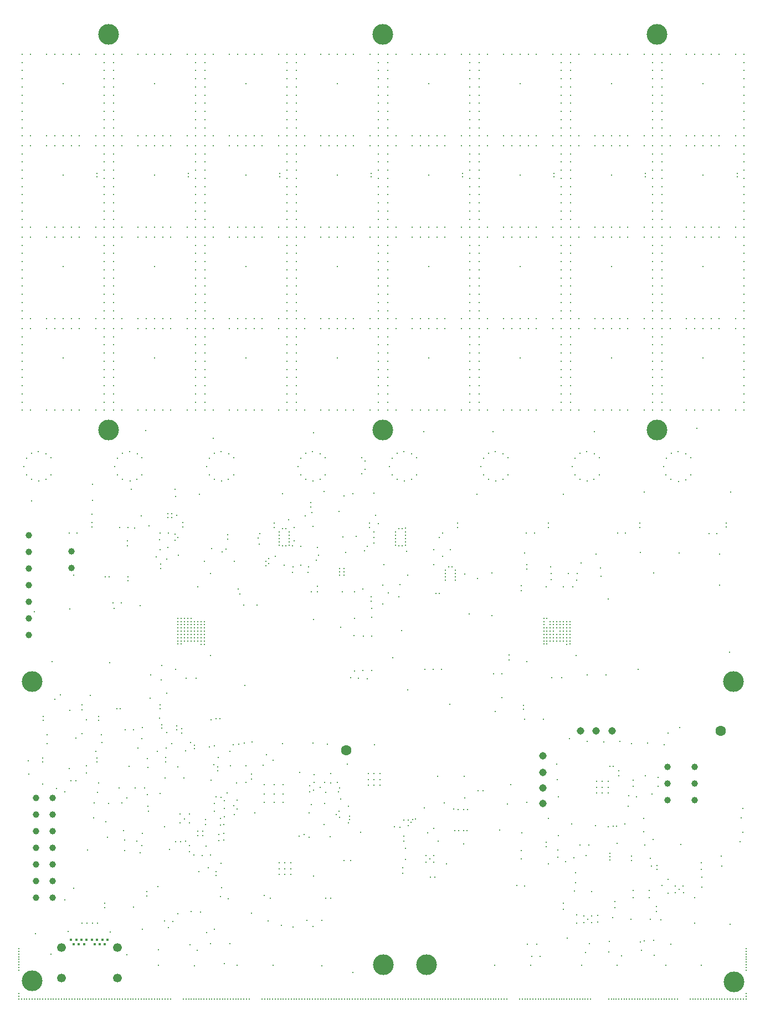
<source format=gbr>
%TF.GenerationSoftware,KiCad,Pcbnew,9.0.1*%
%TF.CreationDate,2025-06-02T14:00:32-06:00*%
%TF.ProjectId,PABA-DP,50414241-2d44-4502-9e6b-696361645f70,rev?*%
%TF.SameCoordinates,Original*%
%TF.FileFunction,Plated,1,8,PTH,Drill*%
%TF.FilePolarity,Positive*%
%FSLAX46Y46*%
G04 Gerber Fmt 4.6, Leading zero omitted, Abs format (unit mm)*
G04 Created by KiCad (PCBNEW 9.0.1) date 2025-06-02 14:00:32*
%MOMM*%
%LPD*%
G01*
G04 APERTURE LIST*
%TA.AperFunction,ViaDrill*%
%ADD10C,0.152400*%
%TD*%
%TA.AperFunction,ViaDrill*%
%ADD11C,0.203200*%
%TD*%
%TA.AperFunction,ViaDrill*%
%ADD12C,0.254000*%
%TD*%
%TA.AperFunction,ComponentDrill*%
%ADD13C,0.254000*%
%TD*%
%TA.AperFunction,ViaDrill*%
%ADD14C,0.330200*%
%TD*%
%TA.AperFunction,ComponentDrill*%
%ADD15C,0.400000*%
%TD*%
%TA.AperFunction,ComponentDrill*%
%ADD16C,1.000000*%
%TD*%
%TA.AperFunction,ComponentDrill*%
%ADD17C,1.143000*%
%TD*%
%TA.AperFunction,ComponentDrill*%
%ADD18C,1.341600*%
%TD*%
%TA.AperFunction,ComponentDrill*%
%ADD19C,1.600000*%
%TD*%
%TA.AperFunction,ComponentDrill*%
%ADD20C,3.175000*%
%TD*%
G04 APERTURE END LIST*
D10*
X76698847Y-112848289D03*
X77198727Y-112848289D03*
X78198977Y-112348419D03*
X78198977Y-112848289D03*
X78698847Y-112848289D03*
X79198977Y-112848289D03*
X79698847Y-112848289D03*
X79698847Y-117848539D03*
X80198967Y-112348419D03*
X132589517Y-112848289D03*
X133089387Y-112848289D03*
X134089647Y-112348419D03*
X134089647Y-112848289D03*
X134589517Y-112848289D03*
X135089637Y-112848289D03*
X135589517Y-112848289D03*
X135589517Y-117848539D03*
X136089637Y-112348419D03*
D11*
X51369717Y-163854539D03*
X51369717Y-164260939D03*
X51369717Y-164667339D03*
X51369717Y-165073739D03*
X51369717Y-165480139D03*
X51369717Y-165886539D03*
X51369717Y-166292939D03*
X51369717Y-166699339D03*
X51369717Y-167105739D03*
X51369717Y-170712539D03*
X51369717Y-171118939D03*
X51369717Y-171525339D03*
X51776117Y-171525339D03*
X52182517Y-171525339D03*
X52588917Y-171525339D03*
X52792117Y-135142379D03*
X52873397Y-137199779D03*
X52995317Y-171525339D03*
X53267097Y-95462499D03*
X53401717Y-171525339D03*
X53770017Y-112366199D03*
X53808117Y-171525339D03*
X53884317Y-161527899D03*
X54214517Y-171525339D03*
X54620917Y-171525339D03*
X55027317Y-138683139D03*
X55027317Y-171525339D03*
X55433717Y-171525339D03*
X55713117Y-131139339D03*
X55713117Y-132536339D03*
X55840117Y-171525339D03*
X56246517Y-171525339D03*
X56261757Y-164674959D03*
X56439557Y-119996359D03*
X56652917Y-171525339D03*
X56886597Y-125759619D03*
X57059317Y-171525339D03*
X57465717Y-171525339D03*
X57750197Y-125091599D03*
X57872117Y-171525339D03*
X58278517Y-171525339D03*
X58369957Y-156394559D03*
X58684917Y-171525339D03*
X58938917Y-161212939D03*
X59032387Y-100325079D03*
X59091317Y-171525339D03*
X59152277Y-111972499D03*
X59497717Y-171525339D03*
X59769497Y-106760419D03*
X59769497Y-154634339D03*
X59904117Y-171525339D03*
X60069977Y-138164979D03*
X60071757Y-131680359D03*
X60248037Y-100325079D03*
X60310517Y-171525339D03*
X60716917Y-171525339D03*
X61001397Y-126549559D03*
X61029337Y-131004719D03*
X61123317Y-171525339D03*
X61529717Y-171525339D03*
X61656717Y-136981339D03*
X61683387Y-128901349D03*
X61699897Y-135917079D03*
X61898017Y-148746619D03*
X61936117Y-171525339D03*
X62291717Y-125119539D03*
X62342517Y-171525339D03*
X62545717Y-97484339D03*
X62596517Y-92912339D03*
X62596517Y-95325339D03*
X62748917Y-171525339D03*
X63130189Y-133737236D03*
X63155317Y-171525339D03*
X63561717Y-138505339D03*
X63561717Y-171525339D03*
X63968117Y-171525339D03*
X63998597Y-131154579D03*
X64069717Y-132307739D03*
X64374517Y-171525339D03*
X64633597Y-144456559D03*
X64780917Y-171525339D03*
X64918077Y-146851779D03*
X65187317Y-171525339D03*
X65253357Y-120123359D03*
X65339717Y-161339939D03*
X65593717Y-171525339D03*
X65936617Y-111860739D03*
X66000117Y-171525339D03*
X66406517Y-171525339D03*
X66670677Y-139315599D03*
X66812917Y-171525339D03*
X67097397Y-141538099D03*
X67219317Y-171525339D03*
X67392037Y-145815459D03*
X67503797Y-147245479D03*
X67546977Y-148843139D03*
X67625717Y-171525339D03*
X67894957Y-164751159D03*
X68032117Y-171525339D03*
X68438517Y-171525339D03*
X68844917Y-171525339D03*
X68910957Y-157512159D03*
X69251317Y-171525339D03*
X69413877Y-147408039D03*
X69657717Y-171525339D03*
X69901557Y-149193659D03*
X70064117Y-171525339D03*
X70089517Y-97712939D03*
X70127617Y-148114159D03*
X70165717Y-131774339D03*
X70267317Y-146226939D03*
X70277477Y-130062379D03*
X70470517Y-171525339D03*
X70757537Y-84644639D03*
X70876917Y-171525339D03*
X71036937Y-140293499D03*
X71046213Y-134773269D03*
X71119574Y-136142673D03*
X71257917Y-99262339D03*
X71283317Y-171525339D03*
X71400157Y-125533559D03*
X71527157Y-121977559D03*
X71689717Y-171525339D03*
X72096117Y-171525339D03*
X72502517Y-171525339D03*
X72568557Y-133686959D03*
X72604117Y-154329539D03*
X72662537Y-163996779D03*
X72680317Y-166419939D03*
X72858117Y-128599339D03*
X72908917Y-101319739D03*
X72908917Y-171525339D03*
X72934317Y-102869139D03*
X72964797Y-140148719D03*
X72967337Y-100346409D03*
X73112117Y-122782739D03*
X73188317Y-120572939D03*
X73315317Y-171525339D03*
X73594717Y-159638139D03*
X73678537Y-137750959D03*
X73721717Y-171525339D03*
X73891897Y-133189119D03*
X73950317Y-130783739D03*
X73975717Y-124840139D03*
X74102717Y-97357339D03*
X74102717Y-97992339D03*
X74128117Y-171525339D03*
X74153517Y-102513539D03*
X74188317Y-100357079D03*
X74534517Y-171525339D03*
X74712317Y-132510939D03*
X74737717Y-97357339D03*
X74737717Y-97992339D03*
X74915517Y-159688939D03*
X75220317Y-100481539D03*
X75220317Y-101421339D03*
X75309667Y-94776191D03*
X75324457Y-121192699D03*
X75474317Y-97611339D03*
X75474317Y-129793139D03*
X75499717Y-130377339D03*
X75669825Y-158545598D03*
X75677517Y-100989539D03*
X75697587Y-113374069D03*
X75697587Y-113849049D03*
X75697587Y-114349179D03*
X75697587Y-114849049D03*
X75697587Y-115349179D03*
X75697587Y-115849049D03*
X75697587Y-116349169D03*
X75697587Y-116849049D03*
X75697587Y-117298629D03*
X76022957Y-143237359D03*
X76022957Y-144634359D03*
X76197457Y-113374069D03*
X76197457Y-113849049D03*
X76197457Y-114349179D03*
X76197457Y-114849049D03*
X76197457Y-115349179D03*
X76197457Y-115849049D03*
X76197457Y-116349169D03*
X76197457Y-116849049D03*
X76197457Y-117298629D03*
X76515717Y-171525339D03*
X76617317Y-137747399D03*
X76657957Y-143999359D03*
X76697577Y-113374069D03*
X76697577Y-113849049D03*
X76697577Y-114349179D03*
X76697577Y-114849049D03*
X76697577Y-115349179D03*
X76697577Y-115849049D03*
X76697577Y-116349169D03*
X76697577Y-116849049D03*
X76820517Y-133653939D03*
X76922117Y-171525339D03*
X77197457Y-113849049D03*
X77197457Y-114349179D03*
X77197457Y-114849049D03*
X77197457Y-115349179D03*
X77197457Y-115849049D03*
X77197457Y-116349169D03*
X77197457Y-116849049D03*
X77208337Y-113363763D03*
X77328517Y-171525339D03*
X77399637Y-149061579D03*
X77419957Y-143237359D03*
X77419957Y-144634359D03*
X77531717Y-163244939D03*
X77658717Y-158139539D03*
X77697577Y-113349179D03*
X77697577Y-113849049D03*
X77697577Y-114349179D03*
X77697577Y-114849049D03*
X77697577Y-115849049D03*
X77697577Y-116349169D03*
X77697577Y-116849049D03*
X77698847Y-115348409D03*
X77709517Y-171525339D03*
X78090517Y-171525339D03*
X78131157Y-149536559D03*
X78197447Y-113849049D03*
X78197447Y-114349179D03*
X78197447Y-114849049D03*
X78197447Y-115349179D03*
X78197447Y-115849049D03*
X78197447Y-116349169D03*
X78197447Y-116849049D03*
X78199737Y-132729379D03*
X78202277Y-133260239D03*
X78217517Y-166445339D03*
X78496917Y-171525339D03*
X78631537Y-164108539D03*
X78697577Y-113849049D03*
X78697577Y-114349179D03*
X78697577Y-114849049D03*
X78697577Y-115349179D03*
X78697577Y-115849049D03*
X78697577Y-116349169D03*
X78697577Y-116849049D03*
X78852517Y-152068939D03*
X78852517Y-171525339D03*
X78997297Y-94454119D03*
X79106517Y-158215739D03*
X79197447Y-113849049D03*
X79197447Y-114349179D03*
X79197447Y-114849049D03*
X79197447Y-115349179D03*
X79197447Y-115849049D03*
X79197447Y-116349169D03*
X79197447Y-116849049D03*
X79197447Y-117323769D03*
X79233517Y-171525339D03*
X79401157Y-149587359D03*
X79639917Y-171525339D03*
X79697577Y-113849049D03*
X79697577Y-114349179D03*
X79697577Y-114849049D03*
X79697577Y-115349179D03*
X79697577Y-115849049D03*
X79697577Y-116349169D03*
X79697577Y-116849049D03*
X79697577Y-117323769D03*
X80005677Y-148205599D03*
X80046317Y-171525339D03*
X80071717Y-161416139D03*
X80305397Y-151492359D03*
X80452717Y-171525339D03*
X80458557Y-88867899D03*
X80458557Y-91411199D03*
X80630517Y-163117939D03*
X80681317Y-106552139D03*
X80683857Y-149569579D03*
X80715607Y-138124339D03*
X80716877Y-128909219D03*
X80790455Y-102703974D03*
X80859117Y-171525339D03*
X81069937Y-85820659D03*
X81138517Y-135736739D03*
X81240117Y-141680339D03*
X81240117Y-160882739D03*
X81265517Y-142823339D03*
X81265517Y-171525339D03*
X81671917Y-171525339D03*
X81875117Y-134593739D03*
X81900517Y-146379339D03*
X81951317Y-147344539D03*
X82078317Y-171525339D03*
X82154517Y-143940939D03*
X82179917Y-144931539D03*
X82195157Y-155899259D03*
X82252307Y-150782939D03*
X82347557Y-154489559D03*
X82400537Y-103211764D03*
X82484717Y-171525339D03*
X82728557Y-144837559D03*
X82728557Y-146259959D03*
X82728557Y-147275959D03*
X82753957Y-141256159D03*
X82753957Y-166153239D03*
X82779357Y-142449959D03*
X82779357Y-143719959D03*
X82891117Y-171525339D03*
X83225377Y-140036449D03*
X83297517Y-100608539D03*
X83297517Y-101268939D03*
X83297517Y-171525339D03*
X83653117Y-163041739D03*
X83661604Y-133671680D03*
X83703917Y-135939939D03*
X83703917Y-171525339D03*
X84110317Y-171525339D03*
X84252557Y-142018159D03*
X84277957Y-143389759D03*
X84516717Y-171525339D03*
X84603627Y-138489188D03*
X84694517Y-142493139D03*
X84719917Y-141146939D03*
X84745317Y-166369139D03*
X84923117Y-171525339D03*
X84999317Y-132587139D03*
X85106265Y-109673211D03*
X85329517Y-171525339D03*
X85735917Y-171525339D03*
X85740997Y-111345119D03*
X86040717Y-135939939D03*
X86066117Y-138454539D03*
X86142317Y-171525339D03*
X86548717Y-171525339D03*
X86904317Y-158444339D03*
X87788237Y-111345119D03*
X87919384Y-101105656D03*
X88072717Y-102056339D03*
X88162887Y-100413209D03*
X88529917Y-171525339D03*
X88713307Y-135838339D03*
X88849957Y-138792359D03*
X88849957Y-140189359D03*
X88849957Y-141459359D03*
X88860117Y-155675739D03*
X88936317Y-171525339D03*
X89215717Y-134187339D03*
X89342717Y-171525339D03*
X89495117Y-159587339D03*
X89749117Y-171525339D03*
X89825317Y-156158339D03*
X90155517Y-171525339D03*
X90206317Y-166394539D03*
X90373957Y-138792359D03*
X90373957Y-140189359D03*
X90373957Y-141459359D03*
X90544397Y-103892737D03*
X90561917Y-171525339D03*
X90968317Y-171525339D03*
X91120717Y-100151339D03*
X91120717Y-100659339D03*
X91120717Y-101167339D03*
X91120717Y-101675339D03*
X91120717Y-102183339D03*
X91135957Y-150730359D03*
X91135957Y-151619359D03*
X91135957Y-152508359D03*
X91374717Y-171525339D03*
X91516957Y-160255359D03*
X91623637Y-132531259D03*
X91628717Y-99643339D03*
X91628717Y-102310339D03*
X91666817Y-94286479D03*
X91770957Y-138792359D03*
X91770957Y-140189359D03*
X91770957Y-141459359D03*
X91781117Y-171525339D03*
X92024957Y-150730359D03*
X92024957Y-151619359D03*
X92024957Y-152508359D03*
X92136717Y-99643339D03*
X92136717Y-102310339D03*
X92187517Y-171525339D03*
X92593917Y-98289519D03*
X92593917Y-171525339D03*
X92644717Y-100151339D03*
X92644717Y-100659339D03*
X92644717Y-101167339D03*
X92644717Y-101675339D03*
X92644717Y-102183339D03*
X92913957Y-150730359D03*
X92913957Y-151619359D03*
X92913957Y-152508359D03*
X93000317Y-171525339D03*
X93152717Y-102310339D03*
X93208597Y-106364179D03*
X93254317Y-160552539D03*
X93264477Y-105525979D03*
X93406717Y-99516339D03*
X93406717Y-101548339D03*
X93406717Y-171525339D03*
X93813117Y-171525339D03*
X94201737Y-146681599D03*
X94219517Y-171525339D03*
X94625917Y-171525339D03*
X95032317Y-171525339D03*
X95133917Y-97687539D03*
X95413317Y-159536539D03*
X95438717Y-171525339D03*
X95563177Y-106387039D03*
X95619057Y-105470099D03*
X95719897Y-146793359D03*
X95722687Y-143100709D03*
X95784157Y-139920119D03*
X95804477Y-138947299D03*
X95845117Y-171525339D03*
X96048317Y-141832739D03*
X96073717Y-109295339D03*
X96188017Y-97187159D03*
X96251517Y-171525339D03*
X96332797Y-132447439D03*
X96335337Y-99325839D03*
X96373437Y-85035799D03*
X96403917Y-113514279D03*
X96429317Y-152754739D03*
X96444557Y-139655959D03*
X96495357Y-137268359D03*
X96520757Y-138411359D03*
X96657917Y-171525339D03*
X96962717Y-109295339D03*
X97064317Y-171525339D03*
X97188777Y-103720039D03*
X97452937Y-139239399D03*
X97470717Y-171525339D03*
X97663757Y-166463119D03*
X97699317Y-159536539D03*
X97877117Y-171525339D03*
X98029517Y-93979139D03*
X98049837Y-144888359D03*
X98077777Y-141667639D03*
X98110797Y-138421519D03*
X98275897Y-139970919D03*
X98283517Y-171525339D03*
X98562917Y-132587139D03*
X98689917Y-171525339D03*
X98934033Y-146737986D03*
X99009957Y-138487559D03*
X99037897Y-137088019D03*
X99096317Y-171525339D03*
X99502717Y-171525339D03*
X99863397Y-143350639D03*
X99909117Y-171525339D03*
X100043737Y-138441839D03*
X100234237Y-139912499D03*
X100279957Y-97029679D03*
X100300277Y-142869059D03*
X100315517Y-171525339D03*
X100366317Y-143801239D03*
X100391717Y-105739339D03*
X100391717Y-106247339D03*
X100391717Y-106755339D03*
X100424737Y-139290199D03*
X100523797Y-114720779D03*
X100592377Y-140953899D03*
X100721917Y-171525339D03*
X100831137Y-109282639D03*
X100926864Y-100949653D03*
X101026717Y-105739339D03*
X101026717Y-106247339D03*
X101026717Y-106755339D03*
X101052117Y-94639539D03*
X101128317Y-171525339D03*
X101306117Y-103265379D03*
X101534717Y-171525339D03*
X101610917Y-135635139D03*
X101712517Y-142104519D03*
X101727757Y-144611499D03*
X101872537Y-144144139D03*
X101938577Y-143598039D03*
X101941117Y-171525339D03*
X102347517Y-171525339D03*
X102428797Y-167443559D03*
X102621837Y-116036499D03*
X102662477Y-113354259D03*
X102677717Y-109295339D03*
X102695497Y-121403519D03*
X102753917Y-171525339D03*
X102962856Y-100860292D03*
X103160317Y-171525339D03*
X103566717Y-171525339D03*
X103617517Y-146074539D03*
X103744517Y-88797539D03*
X103744517Y-91261339D03*
X103973117Y-171525339D03*
X103975657Y-121340019D03*
X103998517Y-116115239D03*
X104222037Y-103031699D03*
X104303317Y-89356339D03*
X104303317Y-90575539D03*
X104379517Y-171525339D03*
X104608117Y-102335739D03*
X104755187Y-137116209D03*
X104755187Y-138005209D03*
X104755187Y-138894209D03*
X104785917Y-171525339D03*
X105192317Y-171525339D03*
X105283757Y-116059359D03*
X105334557Y-113234879D03*
X105334557Y-121324779D03*
X105598717Y-171525339D03*
X105624117Y-94230599D03*
X105624117Y-100151339D03*
X105624117Y-101878539D03*
X105626657Y-100974299D03*
X105644187Y-137116209D03*
X105644187Y-138005209D03*
X105644187Y-138894209D03*
X105679747Y-132663589D03*
X106005117Y-171525339D03*
X106309917Y-98881339D03*
X106411517Y-171525339D03*
X106533187Y-137116209D03*
X106533187Y-138005209D03*
X106533187Y-138894209D03*
X106817917Y-171525339D03*
X107224317Y-171525339D03*
X107630717Y-171525339D03*
X108037117Y-171525339D03*
X108443517Y-171525339D03*
X108484157Y-119401999D03*
X108761017Y-145254119D03*
X108849917Y-171525339D03*
X108900717Y-100151339D03*
X108900717Y-100659339D03*
X108900717Y-101167339D03*
X108900717Y-101675339D03*
X108900717Y-102183339D03*
X109256317Y-171525339D03*
X109408717Y-99643339D03*
X109408717Y-102310339D03*
X109644937Y-145259199D03*
X109662717Y-171525339D03*
X109827817Y-115282119D03*
X109916717Y-99643339D03*
X109916717Y-102310339D03*
X110069117Y-171525339D03*
X110170717Y-144194939D03*
X110424717Y-100151339D03*
X110424717Y-100659339D03*
X110424717Y-101167339D03*
X110424717Y-101675339D03*
X110424717Y-102183339D03*
X110438880Y-99545102D03*
X110450117Y-148512939D03*
X110450117Y-150189339D03*
X110475517Y-171525339D03*
X110612677Y-103143459D03*
X110805717Y-106755339D03*
X110810797Y-124278799D03*
X110856517Y-145033139D03*
X110881917Y-144194939D03*
X110881917Y-171525339D03*
X111288317Y-144575939D03*
X111288317Y-171525339D03*
X111557557Y-144103499D03*
X111694717Y-171525339D03*
X111974117Y-144017139D03*
X112101117Y-171525339D03*
X112507517Y-171525339D03*
X112913917Y-171525339D03*
X113249197Y-84868159D03*
X113320317Y-171525339D03*
X113343177Y-142345819D03*
X113579397Y-149600059D03*
X113579397Y-150593199D03*
X113726717Y-171525339D03*
X113841157Y-146156390D03*
X114133117Y-171525339D03*
X114169947Y-150099929D03*
X114260117Y-152932539D03*
X114539517Y-171525339D03*
X114755417Y-149605139D03*
X114768117Y-145490339D03*
X114798597Y-150621139D03*
X114945917Y-171525339D03*
X115352317Y-171525339D03*
X115377717Y-137479179D03*
X115617497Y-101012909D03*
X115758717Y-171525339D03*
X116110813Y-103931136D03*
X116149877Y-100312119D03*
X116165117Y-171525339D03*
X116520717Y-105993339D03*
X116520717Y-106501339D03*
X116520717Y-107009339D03*
X116520717Y-107517339D03*
X116571517Y-171525339D03*
X116749317Y-150855329D03*
X116977917Y-171525339D03*
X117028717Y-105485339D03*
X117384317Y-171525339D03*
X117536717Y-105485339D03*
X117790717Y-171525339D03*
X117856757Y-142500759D03*
X117968517Y-145807839D03*
X118044717Y-105993339D03*
X118044717Y-106501339D03*
X118044717Y-107009339D03*
X118044717Y-107517339D03*
X118197117Y-171525339D03*
X118527317Y-142569339D03*
X118603517Y-171525339D03*
X118628917Y-145820539D03*
X119009917Y-171525339D03*
X119340117Y-142594739D03*
X119340117Y-145820539D03*
X119413777Y-137479179D03*
X119416317Y-171525339D03*
X119525537Y-140771019D03*
X119553477Y-106562299D03*
X119822717Y-171525339D03*
X119863865Y-145817028D03*
X119931069Y-142600409D03*
X120229117Y-171525339D03*
X120635517Y-171525339D03*
X121041917Y-171525339D03*
X121377197Y-94454119D03*
X121448317Y-171525339D03*
X121854717Y-171525339D03*
X122261117Y-171525339D03*
X122667517Y-171525339D03*
X123073917Y-171525339D03*
X123480317Y-171525339D03*
X123632717Y-112978339D03*
X123703837Y-106422599D03*
X123843537Y-84812279D03*
X123886717Y-171525339D03*
X123899417Y-121865799D03*
X124089917Y-166394539D03*
X124178817Y-127639219D03*
X124293117Y-171525339D03*
X124699517Y-171525339D03*
X124864617Y-145718939D03*
X125105917Y-171525339D03*
X125161797Y-125510699D03*
X125215137Y-121809919D03*
X125512317Y-171525339D03*
X125918717Y-171525339D03*
X125999997Y-141710819D03*
X126561337Y-138794899D03*
X127493517Y-154202539D03*
X127899917Y-171525339D03*
X128194557Y-108363159D03*
X128194557Y-109150559D03*
X128306317Y-171525339D03*
X128636517Y-103366979D03*
X128662373Y-154257715D03*
X128687317Y-128751739D03*
X128712717Y-171525339D03*
X128952237Y-100370029D03*
X128992117Y-141502539D03*
X129027677Y-119960799D03*
X129119117Y-171525339D03*
X129525517Y-171525339D03*
X129576317Y-166394539D03*
X129782057Y-165002619D03*
X129931917Y-171525339D03*
X130149597Y-100370029D03*
X130338317Y-171525339D03*
X130541517Y-163143339D03*
X130744717Y-171525339D03*
X131036817Y-165030559D03*
X131151117Y-171525339D03*
X131532117Y-128751739D03*
X131557517Y-171525339D03*
X131588247Y-113374069D03*
X131588247Y-113849049D03*
X131588247Y-114349179D03*
X131588247Y-114849049D03*
X131588247Y-115349179D03*
X131588247Y-115849049D03*
X131588247Y-116349169D03*
X131588247Y-116849049D03*
X131588247Y-117298629D03*
X131963917Y-171525339D03*
X132004557Y-108566359D03*
X132088127Y-113374069D03*
X132088127Y-114849049D03*
X132088127Y-115349179D03*
X132088127Y-115849049D03*
X132088127Y-116349169D03*
X132088127Y-116849049D03*
X132088127Y-117298629D03*
X132309357Y-150857359D03*
X132370317Y-171525339D03*
X132588247Y-113849049D03*
X132588247Y-114349179D03*
X132588247Y-114849049D03*
X132588247Y-115349179D03*
X132588247Y-115849049D03*
X132588247Y-116349169D03*
X132588247Y-116849049D03*
X132609587Y-105518359D03*
X132715757Y-106534359D03*
X132741157Y-107474159D03*
X132776717Y-171525339D03*
X133088117Y-113849049D03*
X133088117Y-114349179D03*
X133088117Y-114849049D03*
X133088117Y-115349179D03*
X133088117Y-115849049D03*
X133088117Y-116349169D03*
X133088117Y-116849049D03*
X133183117Y-171525339D03*
X133588247Y-113849049D03*
X133588247Y-114349179D03*
X133588247Y-114849049D03*
X133588247Y-115849049D03*
X133588247Y-116349169D03*
X133588247Y-116849049D03*
X133589517Y-171525339D03*
X133614917Y-135624979D03*
X133627617Y-137999879D03*
X133757157Y-149841359D03*
X133782557Y-148774559D03*
X133861935Y-140604660D03*
X133995917Y-171525339D03*
X134088117Y-113849049D03*
X134088117Y-114349179D03*
X134088117Y-114849049D03*
X134088117Y-115349179D03*
X134088117Y-115849049D03*
X134088117Y-116349169D03*
X134088117Y-116849049D03*
X134326117Y-171525339D03*
X134549637Y-94398239D03*
X134588247Y-113849049D03*
X134588247Y-114349179D03*
X134588247Y-114849049D03*
X134588247Y-115349179D03*
X134588247Y-115849049D03*
X134588247Y-116349169D03*
X134588247Y-116849049D03*
X134681717Y-171525339D03*
X135088117Y-113849049D03*
X135088117Y-114349179D03*
X135088117Y-114849049D03*
X135088117Y-115349179D03*
X135088117Y-115849049D03*
X135088117Y-116349169D03*
X135088117Y-116849049D03*
X135088117Y-117323769D03*
X135088117Y-171525339D03*
X135189717Y-162228939D03*
X135494517Y-171525339D03*
X135549797Y-131727091D03*
X135588247Y-113849049D03*
X135588247Y-114349179D03*
X135588247Y-114849049D03*
X135588247Y-115349179D03*
X135588247Y-115849049D03*
X135588247Y-116349169D03*
X135588247Y-116849049D03*
X135605837Y-117275942D03*
X135900917Y-171525339D03*
X136068557Y-108515559D03*
X136228577Y-149937879D03*
X136256517Y-155066139D03*
X136307317Y-171525339D03*
X136457687Y-152272389D03*
X136579097Y-158642459D03*
X136622277Y-159958179D03*
X136627357Y-107550359D03*
X136713717Y-171525339D03*
X136728957Y-106559759D03*
X137120117Y-148004939D03*
X137120117Y-171525339D03*
X137287757Y-104883359D03*
X137374117Y-166369139D03*
X137526517Y-171525339D03*
X137709397Y-158845659D03*
X137709397Y-159838799D03*
X137932917Y-171525339D03*
X137973557Y-164420959D03*
X138064997Y-149592439D03*
X138222477Y-122035979D03*
X138252957Y-132188359D03*
X138299947Y-159345529D03*
X138339317Y-171525339D03*
X138466317Y-148004939D03*
X138745717Y-171525339D03*
X138885417Y-158850739D03*
X138923517Y-155091539D03*
X138928597Y-159866739D03*
X139370557Y-84868159D03*
X139497557Y-145040759D03*
X139649957Y-138284359D03*
X139649957Y-139173359D03*
X139649957Y-140062359D03*
X139817597Y-158754219D03*
X139817597Y-159754979D03*
X140272257Y-105660599D03*
X140538957Y-138284359D03*
X140538957Y-139173359D03*
X140538957Y-140062359D03*
X140742157Y-132289959D03*
X141135857Y-122035979D03*
X141417797Y-110374839D03*
X141427957Y-138284359D03*
X141427957Y-139173359D03*
X141427957Y-140062359D03*
X141427957Y-145218559D03*
X141539717Y-171525339D03*
X141562577Y-164357459D03*
X141645837Y-162720484D03*
X141946117Y-171525339D03*
X142098517Y-159104739D03*
X142174717Y-145109339D03*
X142276317Y-171525339D03*
X142657317Y-171525339D03*
X142682717Y-145109339D03*
X142809717Y-166369139D03*
X142835117Y-147776339D03*
X142844007Y-100320249D03*
X143063717Y-171525339D03*
X143256757Y-132162959D03*
X143459957Y-164954359D03*
X143470117Y-171525339D03*
X143876517Y-171525339D03*
X143993357Y-144812159D03*
X144047207Y-100320249D03*
X144282917Y-171525339D03*
X144475957Y-142094359D03*
X144689317Y-171525339D03*
X144902677Y-159313019D03*
X145009357Y-132543959D03*
X145095717Y-171525339D03*
X145502117Y-171525339D03*
X145806917Y-140638939D03*
X145908517Y-171525339D03*
X146015197Y-121195239D03*
X146314917Y-171525339D03*
X146335382Y-162787463D03*
X146378417Y-103311099D03*
X146568667Y-164116159D03*
X146721317Y-171525339D03*
X146873717Y-145998339D03*
X146899117Y-143915539D03*
X146939757Y-94062959D03*
X146978367Y-162633049D03*
X147000717Y-148030339D03*
X147102317Y-137463939D03*
X147127717Y-171525339D03*
X147473157Y-132467759D03*
X147534117Y-171525339D03*
X147889717Y-159384139D03*
X147904957Y-150069959D03*
X147940517Y-171525339D03*
X148031957Y-151187559D03*
X148169117Y-140232539D03*
X148331677Y-147146419D03*
X148346917Y-171525339D03*
X148369777Y-106450539D03*
X148463757Y-164827359D03*
X148753317Y-171525339D03*
X149083517Y-137641739D03*
X149083517Y-139013339D03*
X149159717Y-171525339D03*
X149507697Y-159452719D03*
X149566117Y-171525339D03*
X149642317Y-154151739D03*
X149972517Y-171525339D03*
X150013157Y-132645559D03*
X150251917Y-166419939D03*
X150378917Y-171525339D03*
X150556717Y-153288139D03*
X150556717Y-155370939D03*
X150785317Y-171525339D03*
X150973277Y-163133179D03*
X151191717Y-171525339D03*
X151598117Y-171525339D03*
X151704797Y-154273659D03*
X151704797Y-155266799D03*
X152004517Y-171525339D03*
X152291537Y-103369519D03*
X152295347Y-154773529D03*
X152347417Y-130049679D03*
X152542997Y-147961759D03*
X152880817Y-154278739D03*
X152923997Y-155294739D03*
X153960317Y-171525339D03*
X154366717Y-171525339D03*
X154646117Y-159917539D03*
X154686757Y-156064359D03*
X154773117Y-171525339D03*
X154953457Y-84362699D03*
X155179517Y-171525339D03*
X155585917Y-171525339D03*
X155662117Y-166419939D03*
X155712917Y-150722739D03*
X155789117Y-152957939D03*
X155789117Y-154456539D03*
X155992317Y-171525339D03*
X156398717Y-171525339D03*
X156805117Y-171525339D03*
X156839657Y-100385529D03*
X157211517Y-171525339D03*
X157617917Y-171525339D03*
X158024317Y-171525339D03*
X158072827Y-100385529D03*
X158430717Y-103593039D03*
X158430717Y-171525339D03*
X158458657Y-108302199D03*
X158837117Y-171525339D03*
X159243517Y-171525339D03*
X159649917Y-171525339D03*
X160028377Y-118561259D03*
X160081717Y-171525339D03*
X160107117Y-160095339D03*
X160168077Y-94062959D03*
X160488117Y-171525339D03*
X160894517Y-171525339D03*
X161300917Y-171525339D03*
X161605717Y-147522339D03*
X161707317Y-171525339D03*
X161808917Y-143890139D03*
X162113717Y-171525339D03*
X162520117Y-170712539D03*
X162520117Y-171118939D03*
X162520117Y-171525339D03*
X162545517Y-163854539D03*
X162545517Y-164260939D03*
X162545517Y-164667339D03*
X162545517Y-165073739D03*
X162545517Y-165480139D03*
X162545517Y-165886539D03*
X162545517Y-166292939D03*
X162545517Y-166699339D03*
X162545517Y-167105739D03*
D12*
X52112157Y-90142469D03*
X52528977Y-88867899D03*
X52528977Y-91411199D03*
X53286147Y-92108939D03*
X53297827Y-88169909D03*
X54331357Y-87890759D03*
X54407557Y-92411959D03*
X54988707Y-135322969D03*
X55001407Y-134713119D03*
X55052717Y-128345339D03*
X55052717Y-128980339D03*
X55474357Y-92132559D03*
X55525157Y-88195559D03*
X56261757Y-88855959D03*
X56261757Y-91446759D03*
X57084717Y-139394339D03*
X58354717Y-139902339D03*
X59083187Y-136355989D03*
X59116717Y-127456339D03*
X59315347Y-138179709D03*
X60972697Y-159975959D03*
X61033397Y-127341019D03*
X61734697Y-159975959D03*
X62503557Y-98771099D03*
X62504057Y-99420839D03*
X62586357Y-159975959D03*
X62766697Y-143872359D03*
X62888617Y-141538099D03*
X63307717Y-134695339D03*
X63307717Y-135330339D03*
X63322957Y-45381319D03*
X63322957Y-45889319D03*
X63348357Y-159975959D03*
X63370173Y-140000779D03*
X63561717Y-128345339D03*
X63561717Y-128980339D03*
X64516757Y-156877159D03*
X64516757Y-157588359D03*
X64562743Y-107052700D03*
X65085717Y-141680339D03*
X65197743Y-107052700D03*
X65723175Y-110987709D03*
X66048627Y-90142469D03*
X66355717Y-127202339D03*
X66465447Y-88867899D03*
X66465447Y-91411199D03*
X66736717Y-99516339D03*
X66863717Y-127202339D03*
X66993175Y-110987709D03*
X67222617Y-92108939D03*
X67234307Y-88169909D03*
X67591177Y-130366419D03*
X67897497Y-140791339D03*
X67958457Y-101537419D03*
X67958457Y-102248619D03*
X68006717Y-99516339D03*
X68006717Y-107009339D03*
X68006717Y-107644339D03*
X68241417Y-135965339D03*
X68267827Y-87890759D03*
X68344027Y-92411959D03*
X68514717Y-93674339D03*
X68891397Y-130355749D03*
X69066726Y-99536131D03*
X69149717Y-139267339D03*
X69410827Y-92132559D03*
X69461627Y-88195559D03*
X69541387Y-133171339D03*
X69911717Y-111454339D03*
X70198227Y-88855959D03*
X70198227Y-91446759D03*
X70229217Y-160857339D03*
X70612757Y-139310009D03*
X70927717Y-155142339D03*
X70927717Y-155777339D03*
X71119737Y-142121029D03*
X71145137Y-142856609D03*
X72324717Y-103961339D03*
X72959717Y-126567339D03*
X72959717Y-127202339D03*
X73062183Y-105096538D03*
X73062693Y-105746268D03*
X73213717Y-129615339D03*
X73213717Y-130123339D03*
X73650087Y-145203829D03*
X73807567Y-135265569D03*
X73820267Y-134655719D03*
X73975717Y-104342339D03*
X74229717Y-160603339D03*
X74419457Y-148656959D03*
X75245717Y-93658339D03*
X75337157Y-147504559D03*
X75631797Y-136083199D03*
X75753717Y-103707339D03*
X76073757Y-147504559D03*
X76261717Y-130250339D03*
X76261717Y-130885339D03*
X76435957Y-98744179D03*
X76436467Y-99393909D03*
X76810357Y-147453759D03*
X77292957Y-45381319D03*
X77292957Y-45889319D03*
X77467967Y-148099429D03*
X77586577Y-132379619D03*
X78668617Y-145891409D03*
X78671667Y-108566359D03*
X78694017Y-146563739D03*
X79467707Y-145853309D03*
X79467707Y-146551039D03*
X79736437Y-104645869D03*
X79884267Y-144099689D03*
X79909667Y-144835269D03*
X80041747Y-90142469D03*
X80493357Y-133051959D03*
X80626707Y-119081959D03*
X81215737Y-92108939D03*
X81227417Y-88169909D03*
X81240117Y-132841139D03*
X81468717Y-128726339D03*
X81471767Y-152641959D03*
X81482177Y-152082909D03*
X81494877Y-140638179D03*
X81756247Y-136648089D03*
X81768947Y-136038239D03*
X82103717Y-128726339D03*
X82257637Y-140764419D03*
X82260947Y-87890759D03*
X82337147Y-92411959D03*
X83057737Y-102802849D03*
X83399117Y-156234539D03*
X83403947Y-92132559D03*
X83454747Y-88195559D03*
X84135717Y-132663339D03*
X84191347Y-88855959D03*
X84191347Y-91446759D03*
X84289367Y-104674040D03*
X84897717Y-108914339D03*
X85852757Y-132385459D03*
X85925657Y-123658279D03*
X86944957Y-137141359D03*
X86944957Y-137903359D03*
X87021157Y-132289959D03*
X87452957Y-143110359D03*
X89110870Y-105370149D03*
X89130191Y-104635936D03*
X89564923Y-104252728D03*
X89577803Y-104983721D03*
X90231717Y-135076339D03*
X90411037Y-98829269D03*
X90411547Y-99478999D03*
X91262957Y-45381319D03*
X91262957Y-45889319D03*
X91908367Y-105256989D03*
X94022157Y-90142469D03*
X94265237Y-136947049D03*
X94438977Y-88867899D03*
X94438977Y-91411199D03*
X94448367Y-102395179D03*
X94448367Y-105256989D03*
X94945957Y-146412359D03*
X95196147Y-92108939D03*
X95207827Y-88169909D03*
X95946717Y-95706339D03*
X95946717Y-96341339D03*
X96241357Y-87890759D03*
X96317557Y-92411959D03*
X96321117Y-160459069D03*
X96835717Y-104476959D03*
X96988367Y-102564339D03*
X96988367Y-108507689D03*
X97384357Y-92132559D03*
X97435157Y-88195559D03*
X98171757Y-88855959D03*
X98171757Y-91446759D03*
X98232717Y-156158339D03*
X98994717Y-156158339D03*
X101041957Y-150349359D03*
X102057957Y-150349359D03*
X102068367Y-122470569D03*
X102446577Y-94332199D03*
X103302557Y-122485559D03*
X103961937Y-108907479D03*
X104608367Y-122576749D03*
X104982767Y-98807929D03*
X104983277Y-99457669D03*
X105232957Y-45381319D03*
X105232957Y-45889319D03*
X105240067Y-110792919D03*
X105250737Y-110089849D03*
X105273347Y-111890709D03*
X105852717Y-97611339D03*
X107029497Y-108255459D03*
X107029497Y-111187129D03*
X107148117Y-105180539D03*
X107838997Y-109504129D03*
X107992157Y-90142219D03*
X108408977Y-88867639D03*
X108408977Y-91410949D03*
X109166147Y-92108679D03*
X109177827Y-88169649D03*
X109426497Y-110080449D03*
X109618267Y-108216089D03*
X110043717Y-151459339D03*
X110043717Y-152348339D03*
X110170717Y-146633339D03*
X110170717Y-147395339D03*
X110211357Y-87890509D03*
X110287557Y-92411709D03*
X111354357Y-92132309D03*
X111405157Y-88195309D03*
X112141757Y-88855709D03*
X112141757Y-91446509D03*
X113458997Y-121164759D03*
X114728997Y-121190159D03*
X114768367Y-102919689D03*
X114768367Y-105129989D03*
X114954557Y-152941179D03*
X115123717Y-109549339D03*
X115453917Y-147395339D03*
X115631717Y-109549339D03*
X115998997Y-121164759D03*
X116408957Y-141586359D03*
X117268997Y-126542959D03*
X117308367Y-102919689D03*
X118404127Y-98850609D03*
X118404637Y-99500339D03*
X119202957Y-45381319D03*
X119202957Y-45889319D03*
X119329957Y-147842629D03*
X120203717Y-112724339D03*
X121485657Y-107263339D03*
X121590807Y-139745879D03*
X121962157Y-90142219D03*
X122336557Y-139735209D03*
X122378977Y-88867639D03*
X122378977Y-91410949D03*
X123136147Y-92108679D03*
X123147827Y-88169649D03*
X124181357Y-87890509D03*
X124257557Y-92411709D03*
X125324357Y-92132309D03*
X125375157Y-88195309D03*
X126111757Y-88855709D03*
X126111757Y-91446509D03*
X126299717Y-118947339D03*
X126299717Y-119709339D03*
X128153917Y-148843139D03*
X128153917Y-150087739D03*
X128280917Y-146150739D03*
X128493007Y-127297839D03*
X128498337Y-126669449D03*
X129035547Y-105159709D03*
X129036057Y-105809439D03*
X129089657Y-163139279D03*
X131940606Y-148291540D03*
X132001270Y-147599962D03*
X132268717Y-143966339D03*
X132314947Y-98829269D03*
X132315457Y-99478999D03*
X133172957Y-45381319D03*
X133172957Y-45889319D03*
X133808977Y-146538339D03*
X134562337Y-108566359D03*
X134619487Y-156920339D03*
X134619487Y-157809339D03*
X134900157Y-150552559D03*
X135345677Y-106534359D03*
X135900917Y-144804539D03*
X135924797Y-90142219D03*
X135932157Y-90142219D03*
X136341607Y-88867639D03*
X136341607Y-91410949D03*
X136348977Y-88867639D03*
X136348977Y-91410949D03*
X136494517Y-119040049D03*
X137098777Y-92108679D03*
X137110467Y-88169649D03*
X137117827Y-88169649D03*
X138143987Y-87890509D03*
X138220187Y-92411709D03*
X138553697Y-163078319D03*
X139286987Y-92132309D03*
X139337787Y-88195309D03*
X139572487Y-103569929D03*
X140074387Y-88855709D03*
X140074387Y-91446509D03*
X140350997Y-106940759D03*
X141666717Y-135965339D03*
X141717517Y-149249539D03*
X141717517Y-149782939D03*
X141742917Y-150316339D03*
X142174717Y-135965339D03*
X142428717Y-156666339D03*
X142428717Y-157555339D03*
X143078957Y-136633359D03*
X143078957Y-137395359D03*
X144602957Y-140443359D03*
X144983957Y-149714359D03*
X144983957Y-150349359D03*
X145222717Y-138124339D03*
X145222717Y-139013339D03*
X146311617Y-98807679D03*
X146312127Y-99457409D03*
X147142957Y-45381319D03*
X147142957Y-45889319D03*
X148405587Y-162548729D03*
X148778717Y-157428339D03*
X148778717Y-158190339D03*
X148859784Y-151126220D03*
X148859784Y-151761220D03*
X149916127Y-90142219D03*
X150292557Y-91446759D03*
X150332947Y-88867639D03*
X150556717Y-130885339D03*
X151054557Y-92157959D03*
X151101797Y-88169649D03*
X152135327Y-87890509D03*
X152197557Y-92488159D03*
X153289757Y-92208759D03*
X153329127Y-88195309D03*
X154065727Y-88855709D03*
X154077157Y-91472159D03*
X155712917Y-151746359D03*
X158696657Y-149693279D03*
X158799777Y-151193399D03*
X159512247Y-98796759D03*
X159512757Y-99446489D03*
X161138357Y-45406719D03*
X161138357Y-45914719D03*
X161986717Y-142442339D03*
X162014147Y-146025769D03*
D13*
%TO.C,ANT1*%
X51867557Y-27169519D03*
X51867557Y-28419199D03*
X51867557Y-29668879D03*
X51867557Y-30918559D03*
X51867557Y-32168239D03*
X51867557Y-33417919D03*
X51867557Y-34667599D03*
X51867557Y-35917279D03*
X51867557Y-37166959D03*
X51867557Y-38416639D03*
X51867557Y-39666319D03*
%TO.C,ANT2*%
X51867557Y-41139519D03*
X51867557Y-42389199D03*
X51867557Y-43638879D03*
X51867557Y-44888559D03*
X51867557Y-46138239D03*
X51867557Y-47387919D03*
X51867557Y-48637599D03*
X51867557Y-49887279D03*
X51867557Y-51136959D03*
X51867557Y-52386639D03*
X51867557Y-53636319D03*
%TO.C,ANT3*%
X51867557Y-55109519D03*
X51867557Y-56359199D03*
X51867557Y-57608879D03*
X51867557Y-58858559D03*
X51867557Y-60108239D03*
X51867557Y-61357919D03*
X51867557Y-62607599D03*
X51867557Y-63857279D03*
X51867557Y-65106959D03*
X51867557Y-66356639D03*
X51867557Y-67606319D03*
%TO.C,ANT4*%
X51867557Y-69079519D03*
X51867557Y-70329199D03*
X51867557Y-71578879D03*
X51867557Y-72828559D03*
X51867557Y-74078239D03*
X51867557Y-75327919D03*
X51867557Y-76577599D03*
X51867557Y-77827279D03*
X51867557Y-79076959D03*
X51867557Y-80326639D03*
X51867557Y-81576319D03*
%TO.C,ANT1*%
X53117237Y-27169519D03*
X53117237Y-39666319D03*
%TO.C,ANT2*%
X53117237Y-41139519D03*
X53117237Y-53636319D03*
%TO.C,ANT3*%
X53117237Y-55109519D03*
X53117237Y-67606319D03*
%TO.C,ANT4*%
X53117237Y-69079519D03*
X53117237Y-81576319D03*
%TO.C,ANT1*%
X55616597Y-27169519D03*
X55616597Y-39666319D03*
%TO.C,ANT2*%
X55616597Y-41139519D03*
X55616597Y-53636319D03*
%TO.C,ANT3*%
X55616597Y-55109519D03*
X55616597Y-67606319D03*
%TO.C,ANT4*%
X55616597Y-69079519D03*
X55616597Y-81576319D03*
%TO.C,ANT1*%
X56866277Y-27169519D03*
X56866277Y-39666319D03*
%TO.C,ANT2*%
X56866277Y-41139519D03*
X56866277Y-53636319D03*
%TO.C,ANT3*%
X56866277Y-55109519D03*
X56866277Y-67606319D03*
%TO.C,ANT4*%
X56866277Y-69079519D03*
X56866277Y-81576319D03*
%TO.C,ANT1*%
X58115957Y-27169519D03*
X58115957Y-31652619D03*
X58115957Y-39666319D03*
%TO.C,ANT2*%
X58115957Y-41139519D03*
X58115957Y-45622619D03*
X58115957Y-53636319D03*
%TO.C,ANT3*%
X58115957Y-55109519D03*
X58115957Y-59592619D03*
X58115957Y-67606319D03*
%TO.C,ANT4*%
X58115957Y-69079519D03*
X58115957Y-73562619D03*
X58115957Y-81576319D03*
%TO.C,ANT1*%
X59365637Y-27169519D03*
X59365637Y-39666319D03*
%TO.C,ANT2*%
X59365637Y-41139519D03*
X59365637Y-53636319D03*
%TO.C,ANT3*%
X59365637Y-55109519D03*
X59365637Y-67606319D03*
%TO.C,ANT4*%
X59365637Y-69079519D03*
X59365637Y-81576319D03*
%TO.C,ANT1*%
X60615317Y-27169519D03*
X60615317Y-39666319D03*
%TO.C,ANT2*%
X60615317Y-41139519D03*
X60615317Y-53636319D03*
%TO.C,ANT3*%
X60615317Y-55109519D03*
X60615317Y-67606319D03*
%TO.C,ANT4*%
X60615317Y-69079519D03*
X60615317Y-81576319D03*
%TO.C,ANT1*%
X63114677Y-27169519D03*
X63114677Y-39666319D03*
%TO.C,ANT2*%
X63114677Y-41139519D03*
X63114677Y-53636319D03*
%TO.C,ANT3*%
X63114677Y-55109519D03*
X63114677Y-67606319D03*
%TO.C,ANT4*%
X63114677Y-69079519D03*
X63114677Y-81576319D03*
%TO.C,ANT1*%
X64364357Y-27169519D03*
X64364357Y-28419199D03*
X64364357Y-29668879D03*
X64364357Y-30918559D03*
X64364357Y-32168239D03*
X64364357Y-33417919D03*
X64364357Y-34667599D03*
X64364357Y-35917279D03*
X64364357Y-37166959D03*
X64364357Y-38416639D03*
X64364357Y-39666319D03*
%TO.C,ANT2*%
X64364357Y-41139519D03*
X64364357Y-42389199D03*
X64364357Y-43638879D03*
X64364357Y-44888559D03*
X64364357Y-46138239D03*
X64364357Y-47387919D03*
X64364357Y-48637599D03*
X64364357Y-49887279D03*
X64364357Y-51136959D03*
X64364357Y-52386639D03*
X64364357Y-53636319D03*
%TO.C,ANT3*%
X64364357Y-55109519D03*
X64364357Y-56359199D03*
X64364357Y-57608879D03*
X64364357Y-58858559D03*
X64364357Y-60108239D03*
X64364357Y-61357919D03*
X64364357Y-62607599D03*
X64364357Y-63857279D03*
X64364357Y-65106959D03*
X64364357Y-66356639D03*
X64364357Y-67606319D03*
%TO.C,ANT4*%
X64364357Y-69079519D03*
X64364357Y-70329199D03*
X64364357Y-71578879D03*
X64364357Y-72828559D03*
X64364357Y-74078239D03*
X64364357Y-75327919D03*
X64364357Y-76577599D03*
X64364357Y-77827279D03*
X64364357Y-79076959D03*
X64364357Y-80326639D03*
X64364357Y-81576319D03*
%TO.C,ANT5*%
X65837557Y-27169519D03*
X65837557Y-28419199D03*
X65837557Y-29668879D03*
X65837557Y-30918559D03*
X65837557Y-32168239D03*
X65837557Y-33417919D03*
X65837557Y-34667599D03*
X65837557Y-35917279D03*
X65837557Y-37166959D03*
X65837557Y-38416639D03*
X65837557Y-39666319D03*
%TO.C,ANT6*%
X65837557Y-41139519D03*
X65837557Y-42389199D03*
X65837557Y-43638879D03*
X65837557Y-44888559D03*
X65837557Y-46138239D03*
X65837557Y-47387919D03*
X65837557Y-48637599D03*
X65837557Y-49887279D03*
X65837557Y-51136959D03*
X65837557Y-52386639D03*
X65837557Y-53636319D03*
%TO.C,ANT7*%
X65837557Y-55109519D03*
X65837557Y-56359199D03*
X65837557Y-57608879D03*
X65837557Y-58858559D03*
X65837557Y-60108239D03*
X65837557Y-61357919D03*
X65837557Y-62607599D03*
X65837557Y-63857279D03*
X65837557Y-65106959D03*
X65837557Y-66356639D03*
X65837557Y-67606319D03*
%TO.C,ANT8*%
X65837557Y-69079519D03*
X65837557Y-70329199D03*
X65837557Y-71578879D03*
X65837557Y-72828559D03*
X65837557Y-74078239D03*
X65837557Y-75327919D03*
X65837557Y-76577599D03*
X65837557Y-77827279D03*
X65837557Y-79076959D03*
X65837557Y-80326639D03*
X65837557Y-81576319D03*
%TO.C,ANT5*%
X67087237Y-27169519D03*
X67087237Y-39666319D03*
%TO.C,ANT6*%
X67087237Y-41139519D03*
X67087237Y-53636319D03*
%TO.C,ANT7*%
X67087237Y-55109519D03*
X67087237Y-67606319D03*
%TO.C,ANT8*%
X67087237Y-69079519D03*
X67087237Y-81576319D03*
%TO.C,ANT5*%
X69586597Y-27169519D03*
X69586597Y-39666319D03*
%TO.C,ANT6*%
X69586597Y-41139519D03*
X69586597Y-53636319D03*
%TO.C,ANT7*%
X69586597Y-55109519D03*
X69586597Y-67606319D03*
%TO.C,ANT8*%
X69586597Y-69079519D03*
X69586597Y-81576319D03*
%TO.C,ANT5*%
X70836277Y-27169519D03*
X70836277Y-39666319D03*
%TO.C,ANT6*%
X70836277Y-41139519D03*
X70836277Y-53636319D03*
%TO.C,ANT7*%
X70836277Y-55109519D03*
X70836277Y-67606319D03*
%TO.C,ANT8*%
X70836277Y-69079519D03*
X70836277Y-81576319D03*
%TO.C,ANT5*%
X72085957Y-27169519D03*
X72085957Y-31652619D03*
X72085957Y-39666319D03*
%TO.C,ANT6*%
X72085957Y-41139519D03*
X72085957Y-45622619D03*
X72085957Y-53636319D03*
%TO.C,ANT7*%
X72085957Y-55109519D03*
X72085957Y-59592619D03*
X72085957Y-67606319D03*
%TO.C,ANT8*%
X72085957Y-69079519D03*
X72085957Y-73562619D03*
X72085957Y-81576319D03*
%TO.C,ANT5*%
X73335637Y-27169519D03*
X73335637Y-39666319D03*
%TO.C,ANT6*%
X73335637Y-41139519D03*
X73335637Y-53636319D03*
%TO.C,ANT7*%
X73335637Y-55109519D03*
X73335637Y-67606319D03*
%TO.C,ANT8*%
X73335637Y-69079519D03*
X73335637Y-81576319D03*
%TO.C,ANT5*%
X74585317Y-27169519D03*
X74585317Y-39666319D03*
%TO.C,ANT6*%
X74585317Y-41139519D03*
X74585317Y-53636319D03*
%TO.C,ANT7*%
X74585317Y-55109519D03*
X74585317Y-67606319D03*
%TO.C,ANT8*%
X74585317Y-69079519D03*
X74585317Y-81576319D03*
%TO.C,ANT5*%
X77084677Y-27169519D03*
X77084677Y-39666319D03*
%TO.C,ANT6*%
X77084677Y-41139519D03*
X77084677Y-53636319D03*
%TO.C,ANT7*%
X77084677Y-55109519D03*
X77084677Y-67606319D03*
%TO.C,ANT8*%
X77084677Y-69079519D03*
X77084677Y-81576319D03*
%TO.C,ANT5*%
X78334357Y-27169519D03*
X78334357Y-28419199D03*
X78334357Y-29668879D03*
X78334357Y-30918559D03*
X78334357Y-32168239D03*
X78334357Y-33417919D03*
X78334357Y-34667599D03*
X78334357Y-35917279D03*
X78334357Y-37166959D03*
X78334357Y-38416639D03*
X78334357Y-39666319D03*
%TO.C,ANT6*%
X78334357Y-41139519D03*
X78334357Y-42389199D03*
X78334357Y-43638879D03*
X78334357Y-44888559D03*
X78334357Y-46138239D03*
X78334357Y-47387919D03*
X78334357Y-48637599D03*
X78334357Y-49887279D03*
X78334357Y-51136959D03*
X78334357Y-52386639D03*
X78334357Y-53636319D03*
%TO.C,ANT7*%
X78334357Y-55109519D03*
X78334357Y-56359199D03*
X78334357Y-57608879D03*
X78334357Y-58858559D03*
X78334357Y-60108239D03*
X78334357Y-61357919D03*
X78334357Y-62607599D03*
X78334357Y-63857279D03*
X78334357Y-65106959D03*
X78334357Y-66356639D03*
X78334357Y-67606319D03*
%TO.C,ANT8*%
X78334357Y-69079519D03*
X78334357Y-70329199D03*
X78334357Y-71578879D03*
X78334357Y-72828559D03*
X78334357Y-74078239D03*
X78334357Y-75327919D03*
X78334357Y-76577599D03*
X78334357Y-77827279D03*
X78334357Y-79076959D03*
X78334357Y-80326639D03*
X78334357Y-81576319D03*
%TO.C,ANT9*%
X79807557Y-27169519D03*
X79807557Y-28419199D03*
X79807557Y-29668879D03*
X79807557Y-30918559D03*
X79807557Y-32168239D03*
X79807557Y-33417919D03*
X79807557Y-34667599D03*
X79807557Y-35917279D03*
X79807557Y-37166959D03*
X79807557Y-38416639D03*
X79807557Y-39666319D03*
%TO.C,ANT10*%
X79807557Y-41139519D03*
X79807557Y-42389199D03*
X79807557Y-43638879D03*
X79807557Y-44888559D03*
X79807557Y-46138239D03*
X79807557Y-47387919D03*
X79807557Y-48637599D03*
X79807557Y-49887279D03*
X79807557Y-51136959D03*
X79807557Y-52386639D03*
X79807557Y-53636319D03*
%TO.C,ANT11*%
X79807557Y-55109519D03*
X79807557Y-56359199D03*
X79807557Y-57608879D03*
X79807557Y-58858559D03*
X79807557Y-60108239D03*
X79807557Y-61357919D03*
X79807557Y-62607599D03*
X79807557Y-63857279D03*
X79807557Y-65106959D03*
X79807557Y-66356639D03*
X79807557Y-67606319D03*
%TO.C,ANT12*%
X79807557Y-69079519D03*
X79807557Y-70329199D03*
X79807557Y-71578879D03*
X79807557Y-72828559D03*
X79807557Y-74078239D03*
X79807557Y-75327919D03*
X79807557Y-76577599D03*
X79807557Y-77827279D03*
X79807557Y-79076959D03*
X79807557Y-80326639D03*
X79807557Y-81576319D03*
%TO.C,ANT9*%
X81057237Y-27169519D03*
X81057237Y-39666319D03*
%TO.C,ANT10*%
X81057237Y-41139519D03*
X81057237Y-53636319D03*
%TO.C,ANT11*%
X81057237Y-55109519D03*
X81057237Y-67606319D03*
%TO.C,ANT12*%
X81057237Y-69079519D03*
X81057237Y-81576319D03*
%TO.C,ANT9*%
X83556597Y-27169519D03*
X83556597Y-39666319D03*
%TO.C,ANT10*%
X83556597Y-41139519D03*
X83556597Y-53636319D03*
%TO.C,ANT11*%
X83556597Y-55109519D03*
X83556597Y-67606319D03*
%TO.C,ANT12*%
X83556597Y-69079519D03*
X83556597Y-81576319D03*
%TO.C,ANT9*%
X84806277Y-27169519D03*
X84806277Y-39666319D03*
%TO.C,ANT10*%
X84806277Y-41139519D03*
X84806277Y-53636319D03*
%TO.C,ANT11*%
X84806277Y-55109519D03*
X84806277Y-67606319D03*
%TO.C,ANT12*%
X84806277Y-69079519D03*
X84806277Y-81576319D03*
%TO.C,ANT9*%
X86055957Y-27169519D03*
X86055957Y-31652619D03*
X86055957Y-39666319D03*
%TO.C,ANT10*%
X86055957Y-41139519D03*
X86055957Y-45622619D03*
X86055957Y-53636319D03*
%TO.C,ANT11*%
X86055957Y-55109519D03*
X86055957Y-59592619D03*
X86055957Y-67606319D03*
%TO.C,ANT12*%
X86055957Y-69079519D03*
X86055957Y-73562619D03*
X86055957Y-81576319D03*
%TO.C,ANT9*%
X87305637Y-27169519D03*
X87305637Y-39666319D03*
%TO.C,ANT10*%
X87305637Y-41139519D03*
X87305637Y-53636319D03*
%TO.C,ANT11*%
X87305637Y-55109519D03*
X87305637Y-67606319D03*
%TO.C,ANT12*%
X87305637Y-69079519D03*
X87305637Y-81576319D03*
%TO.C,ANT9*%
X88555317Y-27169519D03*
X88555317Y-39666319D03*
%TO.C,ANT10*%
X88555317Y-41139519D03*
X88555317Y-53636319D03*
%TO.C,ANT11*%
X88555317Y-55109519D03*
X88555317Y-67606319D03*
%TO.C,ANT12*%
X88555317Y-69079519D03*
X88555317Y-81576319D03*
%TO.C,ANT9*%
X91054677Y-27169519D03*
X91054677Y-39666319D03*
%TO.C,ANT10*%
X91054677Y-41139519D03*
X91054677Y-53636319D03*
%TO.C,ANT11*%
X91054677Y-55109519D03*
X91054677Y-67606319D03*
%TO.C,ANT12*%
X91054677Y-69079519D03*
X91054677Y-81576319D03*
%TO.C,ANT9*%
X92304357Y-27169519D03*
X92304357Y-28419199D03*
X92304357Y-29668879D03*
X92304357Y-30918559D03*
X92304357Y-32168239D03*
X92304357Y-33417919D03*
X92304357Y-34667599D03*
X92304357Y-35917279D03*
X92304357Y-37166959D03*
X92304357Y-38416639D03*
X92304357Y-39666319D03*
%TO.C,ANT10*%
X92304357Y-41139519D03*
X92304357Y-42389199D03*
X92304357Y-43638879D03*
X92304357Y-44888559D03*
X92304357Y-46138239D03*
X92304357Y-47387919D03*
X92304357Y-48637599D03*
X92304357Y-49887279D03*
X92304357Y-51136959D03*
X92304357Y-52386639D03*
X92304357Y-53636319D03*
%TO.C,ANT11*%
X92304357Y-55109519D03*
X92304357Y-56359199D03*
X92304357Y-57608879D03*
X92304357Y-58858559D03*
X92304357Y-60108239D03*
X92304357Y-61357919D03*
X92304357Y-62607599D03*
X92304357Y-63857279D03*
X92304357Y-65106959D03*
X92304357Y-66356639D03*
X92304357Y-67606319D03*
%TO.C,ANT12*%
X92304357Y-69079519D03*
X92304357Y-70329199D03*
X92304357Y-71578879D03*
X92304357Y-72828559D03*
X92304357Y-74078239D03*
X92304357Y-75327919D03*
X92304357Y-76577599D03*
X92304357Y-77827279D03*
X92304357Y-79076959D03*
X92304357Y-80326639D03*
X92304357Y-81576319D03*
%TO.C,ANT13*%
X93777557Y-27169519D03*
X93777557Y-28419199D03*
X93777557Y-29668879D03*
X93777557Y-30918559D03*
X93777557Y-32168239D03*
X93777557Y-33417919D03*
X93777557Y-34667599D03*
X93777557Y-35917279D03*
X93777557Y-37166959D03*
X93777557Y-38416639D03*
X93777557Y-39666319D03*
%TO.C,ANT14*%
X93777557Y-41139519D03*
X93777557Y-42389199D03*
X93777557Y-43638879D03*
X93777557Y-44888559D03*
X93777557Y-46138239D03*
X93777557Y-47387919D03*
X93777557Y-48637599D03*
X93777557Y-49887279D03*
X93777557Y-51136959D03*
X93777557Y-52386639D03*
X93777557Y-53636319D03*
%TO.C,ANT15*%
X93777557Y-55109519D03*
X93777557Y-56359199D03*
X93777557Y-57608879D03*
X93777557Y-58858559D03*
X93777557Y-60108239D03*
X93777557Y-61357919D03*
X93777557Y-62607599D03*
X93777557Y-63857279D03*
X93777557Y-65106959D03*
X93777557Y-66356639D03*
X93777557Y-67606319D03*
%TO.C,ANT16*%
X93777557Y-69079519D03*
X93777557Y-70329199D03*
X93777557Y-71578879D03*
X93777557Y-72828559D03*
X93777557Y-74078239D03*
X93777557Y-75327919D03*
X93777557Y-76577599D03*
X93777557Y-77827279D03*
X93777557Y-79076959D03*
X93777557Y-80326639D03*
X93777557Y-81576319D03*
%TO.C,ANT13*%
X95027237Y-27169519D03*
X95027237Y-39666319D03*
%TO.C,ANT14*%
X95027237Y-41139519D03*
X95027237Y-53636319D03*
%TO.C,ANT15*%
X95027237Y-55109519D03*
X95027237Y-67606319D03*
%TO.C,ANT16*%
X95027237Y-69079519D03*
X95027237Y-81576319D03*
%TO.C,ANT13*%
X97526597Y-27169519D03*
X97526597Y-39666319D03*
%TO.C,ANT14*%
X97526597Y-41139519D03*
X97526597Y-53636319D03*
%TO.C,ANT15*%
X97526597Y-55109519D03*
X97526597Y-67606319D03*
%TO.C,ANT16*%
X97526597Y-69079519D03*
X97526597Y-81576319D03*
%TO.C,ANT13*%
X98776277Y-27169519D03*
X98776277Y-39666319D03*
%TO.C,ANT14*%
X98776277Y-41139519D03*
X98776277Y-53636319D03*
%TO.C,ANT15*%
X98776277Y-55109519D03*
X98776277Y-67606319D03*
%TO.C,ANT16*%
X98776277Y-69079519D03*
X98776277Y-81576319D03*
%TO.C,ANT13*%
X100025957Y-27169519D03*
X100025957Y-31652619D03*
X100025957Y-39666319D03*
%TO.C,ANT14*%
X100025957Y-41139519D03*
X100025957Y-45622619D03*
X100025957Y-53636319D03*
%TO.C,ANT15*%
X100025957Y-55109519D03*
X100025957Y-59592619D03*
X100025957Y-67606319D03*
%TO.C,ANT16*%
X100025957Y-69079519D03*
X100025957Y-73562619D03*
X100025957Y-81576319D03*
%TO.C,ANT13*%
X101275637Y-27169519D03*
X101275637Y-39666319D03*
%TO.C,ANT14*%
X101275637Y-41139519D03*
X101275637Y-53636319D03*
%TO.C,ANT15*%
X101275637Y-55109519D03*
X101275637Y-67606319D03*
%TO.C,ANT16*%
X101275637Y-69079519D03*
X101275637Y-81576319D03*
%TO.C,ANT13*%
X102525317Y-27169519D03*
X102525317Y-39666319D03*
%TO.C,ANT14*%
X102525317Y-41139519D03*
X102525317Y-53636319D03*
%TO.C,ANT15*%
X102525317Y-55109519D03*
X102525317Y-67606319D03*
%TO.C,ANT16*%
X102525317Y-69079519D03*
X102525317Y-81576319D03*
%TO.C,ANT13*%
X105024677Y-27169519D03*
X105024677Y-39666319D03*
%TO.C,ANT14*%
X105024677Y-41139519D03*
X105024677Y-53636319D03*
%TO.C,ANT15*%
X105024677Y-55109519D03*
X105024677Y-67606319D03*
%TO.C,ANT16*%
X105024677Y-69079519D03*
X105024677Y-81576319D03*
%TO.C,ANT13*%
X106274357Y-27169519D03*
X106274357Y-28419199D03*
X106274357Y-29668879D03*
X106274357Y-30918559D03*
X106274357Y-32168239D03*
X106274357Y-33417919D03*
X106274357Y-34667599D03*
X106274357Y-35917279D03*
X106274357Y-37166959D03*
X106274357Y-38416639D03*
X106274357Y-39666319D03*
%TO.C,ANT14*%
X106274357Y-41139519D03*
X106274357Y-42389199D03*
X106274357Y-43638879D03*
X106274357Y-44888559D03*
X106274357Y-46138239D03*
X106274357Y-47387919D03*
X106274357Y-48637599D03*
X106274357Y-49887279D03*
X106274357Y-51136959D03*
X106274357Y-52386639D03*
X106274357Y-53636319D03*
%TO.C,ANT15*%
X106274357Y-55109519D03*
X106274357Y-56359199D03*
X106274357Y-57608879D03*
X106274357Y-58858559D03*
X106274357Y-60108239D03*
X106274357Y-61357919D03*
X106274357Y-62607599D03*
X106274357Y-63857279D03*
X106274357Y-65106959D03*
X106274357Y-66356639D03*
X106274357Y-67606319D03*
%TO.C,ANT16*%
X106274357Y-69079519D03*
X106274357Y-70329199D03*
X106274357Y-71578879D03*
X106274357Y-72828559D03*
X106274357Y-74078239D03*
X106274357Y-75327919D03*
X106274357Y-76577599D03*
X106274357Y-77827279D03*
X106274357Y-79076959D03*
X106274357Y-80326639D03*
X106274357Y-81576319D03*
%TO.C,ANT17*%
X107747557Y-27169519D03*
X107747557Y-28419199D03*
X107747557Y-29668879D03*
X107747557Y-30918559D03*
X107747557Y-32168239D03*
X107747557Y-33417919D03*
X107747557Y-34667599D03*
X107747557Y-35917279D03*
X107747557Y-37166959D03*
X107747557Y-38416639D03*
X107747557Y-39666319D03*
%TO.C,ANT18*%
X107747557Y-41139519D03*
X107747557Y-42389199D03*
X107747557Y-43638879D03*
X107747557Y-44888559D03*
X107747557Y-46138239D03*
X107747557Y-47387919D03*
X107747557Y-48637599D03*
X107747557Y-49887279D03*
X107747557Y-51136959D03*
X107747557Y-52386639D03*
X107747557Y-53636319D03*
%TO.C,ANT19*%
X107747557Y-55109519D03*
X107747557Y-56359199D03*
X107747557Y-57608879D03*
X107747557Y-58858559D03*
X107747557Y-60108239D03*
X107747557Y-61357919D03*
X107747557Y-62607599D03*
X107747557Y-63857279D03*
X107747557Y-65106959D03*
X107747557Y-66356639D03*
X107747557Y-67606319D03*
%TO.C,ANT20*%
X107747557Y-69079519D03*
X107747557Y-70329199D03*
X107747557Y-71578879D03*
X107747557Y-72828559D03*
X107747557Y-74078239D03*
X107747557Y-75327919D03*
X107747557Y-76577599D03*
X107747557Y-77827279D03*
X107747557Y-79076959D03*
X107747557Y-80326639D03*
X107747557Y-81576319D03*
%TO.C,ANT17*%
X108997237Y-27169519D03*
X108997237Y-39666319D03*
%TO.C,ANT18*%
X108997237Y-41139519D03*
X108997237Y-53636319D03*
%TO.C,ANT19*%
X108997237Y-55109519D03*
X108997237Y-67606319D03*
%TO.C,ANT20*%
X108997237Y-69079519D03*
X108997237Y-81576319D03*
%TO.C,ANT17*%
X111496597Y-27169519D03*
X111496597Y-39666319D03*
%TO.C,ANT18*%
X111496597Y-41139519D03*
X111496597Y-53636319D03*
%TO.C,ANT19*%
X111496597Y-55109519D03*
X111496597Y-67606319D03*
%TO.C,ANT20*%
X111496597Y-69079519D03*
X111496597Y-81576319D03*
%TO.C,ANT17*%
X112746277Y-27169519D03*
X112746277Y-39666319D03*
%TO.C,ANT18*%
X112746277Y-41139519D03*
X112746277Y-53636319D03*
%TO.C,ANT19*%
X112746277Y-55109519D03*
X112746277Y-67606319D03*
%TO.C,ANT20*%
X112746277Y-69079519D03*
X112746277Y-81576319D03*
%TO.C,ANT17*%
X113995957Y-27169519D03*
X113995957Y-31652619D03*
X113995957Y-39666319D03*
%TO.C,ANT18*%
X113995957Y-41139519D03*
X113995957Y-45622619D03*
X113995957Y-53636319D03*
%TO.C,ANT19*%
X113995957Y-55109519D03*
X113995957Y-59592619D03*
X113995957Y-67606319D03*
%TO.C,ANT20*%
X113995957Y-69079519D03*
X113995957Y-73562619D03*
X113995957Y-81576319D03*
%TO.C,ANT17*%
X115245637Y-27169519D03*
X115245637Y-39666319D03*
%TO.C,ANT18*%
X115245637Y-41139519D03*
X115245637Y-53636319D03*
%TO.C,ANT19*%
X115245637Y-55109519D03*
X115245637Y-67606319D03*
%TO.C,ANT20*%
X115245637Y-69079519D03*
X115245637Y-81576319D03*
%TO.C,ANT17*%
X116495317Y-27169519D03*
X116495317Y-39666319D03*
%TO.C,ANT18*%
X116495317Y-41139519D03*
X116495317Y-53636319D03*
%TO.C,ANT19*%
X116495317Y-55109519D03*
X116495317Y-67606319D03*
%TO.C,ANT20*%
X116495317Y-69079519D03*
X116495317Y-81576319D03*
%TO.C,ANT17*%
X118994677Y-27169519D03*
X118994677Y-39666319D03*
%TO.C,ANT18*%
X118994677Y-41139519D03*
X118994677Y-53636319D03*
%TO.C,ANT19*%
X118994677Y-55109519D03*
X118994677Y-67606319D03*
%TO.C,ANT20*%
X118994677Y-69079519D03*
X118994677Y-81576319D03*
%TO.C,ANT17*%
X120244357Y-27169519D03*
X120244357Y-28419199D03*
X120244357Y-29668879D03*
X120244357Y-30918559D03*
X120244357Y-32168239D03*
X120244357Y-33417919D03*
X120244357Y-34667599D03*
X120244357Y-35917279D03*
X120244357Y-37166959D03*
X120244357Y-38416639D03*
X120244357Y-39666319D03*
%TO.C,ANT18*%
X120244357Y-41139519D03*
X120244357Y-42389199D03*
X120244357Y-43638879D03*
X120244357Y-44888559D03*
X120244357Y-46138239D03*
X120244357Y-47387919D03*
X120244357Y-48637599D03*
X120244357Y-49887279D03*
X120244357Y-51136959D03*
X120244357Y-52386639D03*
X120244357Y-53636319D03*
%TO.C,ANT19*%
X120244357Y-55109519D03*
X120244357Y-56359199D03*
X120244357Y-57608879D03*
X120244357Y-58858559D03*
X120244357Y-60108239D03*
X120244357Y-61357919D03*
X120244357Y-62607599D03*
X120244357Y-63857279D03*
X120244357Y-65106959D03*
X120244357Y-66356639D03*
X120244357Y-67606319D03*
%TO.C,ANT20*%
X120244357Y-69079519D03*
X120244357Y-70329199D03*
X120244357Y-71578879D03*
X120244357Y-72828559D03*
X120244357Y-74078239D03*
X120244357Y-75327919D03*
X120244357Y-76577599D03*
X120244357Y-77827279D03*
X120244357Y-79076959D03*
X120244357Y-80326639D03*
X120244357Y-81576319D03*
%TO.C,ANT21*%
X121717557Y-27169519D03*
X121717557Y-28419199D03*
X121717557Y-29668879D03*
X121717557Y-30918559D03*
X121717557Y-32168239D03*
X121717557Y-33417919D03*
X121717557Y-34667599D03*
X121717557Y-35917279D03*
X121717557Y-37166959D03*
X121717557Y-38416639D03*
X121717557Y-39666319D03*
%TO.C,ANT22*%
X121717557Y-41139519D03*
X121717557Y-42389199D03*
X121717557Y-43638879D03*
X121717557Y-44888559D03*
X121717557Y-46138239D03*
X121717557Y-47387919D03*
X121717557Y-48637599D03*
X121717557Y-49887279D03*
X121717557Y-51136959D03*
X121717557Y-52386639D03*
X121717557Y-53636319D03*
%TO.C,ANT23*%
X121717557Y-55109519D03*
X121717557Y-56359199D03*
X121717557Y-57608879D03*
X121717557Y-58858559D03*
X121717557Y-60108239D03*
X121717557Y-61357919D03*
X121717557Y-62607599D03*
X121717557Y-63857279D03*
X121717557Y-65106959D03*
X121717557Y-66356639D03*
X121717557Y-67606319D03*
%TO.C,ANT24*%
X121717557Y-69079519D03*
X121717557Y-70329199D03*
X121717557Y-71578879D03*
X121717557Y-72828559D03*
X121717557Y-74078239D03*
X121717557Y-75327919D03*
X121717557Y-76577599D03*
X121717557Y-77827279D03*
X121717557Y-79076959D03*
X121717557Y-80326639D03*
X121717557Y-81576319D03*
%TO.C,ANT21*%
X122967237Y-27169519D03*
X122967237Y-39666319D03*
%TO.C,ANT22*%
X122967237Y-41139519D03*
X122967237Y-53636319D03*
%TO.C,ANT23*%
X122967237Y-55109519D03*
X122967237Y-67606319D03*
%TO.C,ANT24*%
X122967237Y-69079519D03*
X122967237Y-81576319D03*
%TO.C,ANT21*%
X125466597Y-27169519D03*
X125466597Y-39666319D03*
%TO.C,ANT22*%
X125466597Y-41139519D03*
X125466597Y-53636319D03*
%TO.C,ANT23*%
X125466597Y-55109519D03*
X125466597Y-67606319D03*
%TO.C,ANT24*%
X125466597Y-69079519D03*
X125466597Y-81576319D03*
%TO.C,ANT21*%
X126716277Y-27169519D03*
X126716277Y-39666319D03*
%TO.C,ANT22*%
X126716277Y-41139519D03*
X126716277Y-53636319D03*
%TO.C,ANT23*%
X126716277Y-55109519D03*
X126716277Y-67606319D03*
%TO.C,ANT24*%
X126716277Y-69079519D03*
X126716277Y-81576319D03*
%TO.C,ANT21*%
X127965957Y-27169519D03*
X127965957Y-31652619D03*
X127965957Y-39666319D03*
%TO.C,ANT22*%
X127965957Y-41139519D03*
X127965957Y-45622619D03*
X127965957Y-53636319D03*
%TO.C,ANT23*%
X127965957Y-55109519D03*
X127965957Y-59592619D03*
X127965957Y-67606319D03*
%TO.C,ANT24*%
X127965957Y-69079519D03*
X127965957Y-73562619D03*
X127965957Y-81576319D03*
%TO.C,ANT21*%
X129215637Y-27169519D03*
X129215637Y-39666319D03*
%TO.C,ANT22*%
X129215637Y-41139519D03*
X129215637Y-53636319D03*
%TO.C,ANT23*%
X129215637Y-55109519D03*
X129215637Y-67606319D03*
%TO.C,ANT24*%
X129215637Y-69079519D03*
X129215637Y-81576319D03*
%TO.C,ANT21*%
X130465317Y-27169519D03*
X130465317Y-39666319D03*
%TO.C,ANT22*%
X130465317Y-41139519D03*
X130465317Y-53636319D03*
%TO.C,ANT23*%
X130465317Y-55109519D03*
X130465317Y-67606319D03*
%TO.C,ANT24*%
X130465317Y-69079519D03*
X130465317Y-81576319D03*
%TO.C,ANT21*%
X132964677Y-27169519D03*
X132964677Y-39666319D03*
%TO.C,ANT22*%
X132964677Y-41139519D03*
X132964677Y-53636319D03*
%TO.C,ANT23*%
X132964677Y-55109519D03*
X132964677Y-67606319D03*
%TO.C,ANT24*%
X132964677Y-69079519D03*
X132964677Y-81576319D03*
%TO.C,ANT21*%
X134214357Y-27169519D03*
X134214357Y-28419199D03*
X134214357Y-29668879D03*
X134214357Y-30918559D03*
X134214357Y-32168239D03*
X134214357Y-33417919D03*
X134214357Y-34667599D03*
X134214357Y-35917279D03*
X134214357Y-37166959D03*
X134214357Y-38416639D03*
X134214357Y-39666319D03*
%TO.C,ANT22*%
X134214357Y-41139519D03*
X134214357Y-42389199D03*
X134214357Y-43638879D03*
X134214357Y-44888559D03*
X134214357Y-46138239D03*
X134214357Y-47387919D03*
X134214357Y-48637599D03*
X134214357Y-49887279D03*
X134214357Y-51136959D03*
X134214357Y-52386639D03*
X134214357Y-53636319D03*
%TO.C,ANT23*%
X134214357Y-55109519D03*
X134214357Y-56359199D03*
X134214357Y-57608879D03*
X134214357Y-58858559D03*
X134214357Y-60108239D03*
X134214357Y-61357919D03*
X134214357Y-62607599D03*
X134214357Y-63857279D03*
X134214357Y-65106959D03*
X134214357Y-66356639D03*
X134214357Y-67606319D03*
%TO.C,ANT24*%
X134214357Y-69079519D03*
X134214357Y-70329199D03*
X134214357Y-71578879D03*
X134214357Y-72828559D03*
X134214357Y-74078239D03*
X134214357Y-75327919D03*
X134214357Y-76577599D03*
X134214357Y-77827279D03*
X134214357Y-79076959D03*
X134214357Y-80326639D03*
X134214357Y-81576319D03*
%TO.C,ANT25*%
X135687557Y-27169519D03*
X135687557Y-28419199D03*
X135687557Y-29668879D03*
X135687557Y-30918559D03*
X135687557Y-32168239D03*
X135687557Y-33417919D03*
X135687557Y-34667599D03*
X135687557Y-35917279D03*
X135687557Y-37166959D03*
X135687557Y-38416639D03*
X135687557Y-39666319D03*
%TO.C,ANT26*%
X135687557Y-41139519D03*
X135687557Y-42389199D03*
X135687557Y-43638879D03*
X135687557Y-44888559D03*
X135687557Y-46138239D03*
X135687557Y-47387919D03*
X135687557Y-48637599D03*
X135687557Y-49887279D03*
X135687557Y-51136959D03*
X135687557Y-52386639D03*
X135687557Y-53636319D03*
%TO.C,ANT27*%
X135687557Y-55109519D03*
X135687557Y-56359199D03*
X135687557Y-57608879D03*
X135687557Y-58858559D03*
X135687557Y-60108239D03*
X135687557Y-61357919D03*
X135687557Y-62607599D03*
X135687557Y-63857279D03*
X135687557Y-65106959D03*
X135687557Y-66356639D03*
X135687557Y-67606319D03*
%TO.C,ANT28*%
X135687557Y-69079519D03*
X135687557Y-70329199D03*
X135687557Y-71578879D03*
X135687557Y-72828559D03*
X135687557Y-74078239D03*
X135687557Y-75327919D03*
X135687557Y-76577599D03*
X135687557Y-77827279D03*
X135687557Y-79076959D03*
X135687557Y-80326639D03*
X135687557Y-81576319D03*
%TO.C,ANT25*%
X136937237Y-27169519D03*
X136937237Y-39666319D03*
%TO.C,ANT26*%
X136937237Y-41139519D03*
X136937237Y-53636319D03*
%TO.C,ANT27*%
X136937237Y-55109519D03*
X136937237Y-67606319D03*
%TO.C,ANT28*%
X136937237Y-69079519D03*
X136937237Y-81576319D03*
%TO.C,ANT25*%
X139436597Y-27169519D03*
X139436597Y-39666319D03*
%TO.C,ANT26*%
X139436597Y-41139519D03*
X139436597Y-53636319D03*
%TO.C,ANT27*%
X139436597Y-55109519D03*
X139436597Y-67606319D03*
%TO.C,ANT28*%
X139436597Y-69079519D03*
X139436597Y-81576319D03*
%TO.C,ANT25*%
X140686277Y-27169519D03*
X140686277Y-39666319D03*
%TO.C,ANT26*%
X140686277Y-41139519D03*
X140686277Y-53636319D03*
%TO.C,ANT27*%
X140686277Y-55109519D03*
X140686277Y-67606319D03*
%TO.C,ANT28*%
X140686277Y-69079519D03*
X140686277Y-81576319D03*
%TO.C,ANT25*%
X141935957Y-27169519D03*
X141935957Y-31652619D03*
X141935957Y-39666319D03*
%TO.C,ANT26*%
X141935957Y-41139519D03*
X141935957Y-45622619D03*
X141935957Y-53636319D03*
%TO.C,ANT27*%
X141935957Y-55109519D03*
X141935957Y-59592619D03*
X141935957Y-67606319D03*
%TO.C,ANT28*%
X141935957Y-69079519D03*
X141935957Y-73562619D03*
X141935957Y-81576319D03*
%TO.C,ANT25*%
X143185637Y-27169519D03*
X143185637Y-39666319D03*
%TO.C,ANT26*%
X143185637Y-41139519D03*
X143185637Y-53636319D03*
%TO.C,ANT27*%
X143185637Y-55109519D03*
X143185637Y-67606319D03*
%TO.C,ANT28*%
X143185637Y-69079519D03*
X143185637Y-81576319D03*
%TO.C,ANT25*%
X144435317Y-27169519D03*
X144435317Y-39666319D03*
%TO.C,ANT26*%
X144435317Y-41139519D03*
X144435317Y-53636319D03*
%TO.C,ANT27*%
X144435317Y-55109519D03*
X144435317Y-67606319D03*
%TO.C,ANT28*%
X144435317Y-69079519D03*
X144435317Y-81576319D03*
%TO.C,ANT25*%
X146934677Y-27169519D03*
X146934677Y-39666319D03*
%TO.C,ANT26*%
X146934677Y-41139519D03*
X146934677Y-53636319D03*
%TO.C,ANT27*%
X146934677Y-55109519D03*
X146934677Y-67606319D03*
%TO.C,ANT28*%
X146934677Y-69079519D03*
X146934677Y-81576319D03*
%TO.C,ANT25*%
X148184357Y-27169519D03*
X148184357Y-28419199D03*
X148184357Y-29668879D03*
X148184357Y-30918559D03*
X148184357Y-32168239D03*
X148184357Y-33417919D03*
X148184357Y-34667599D03*
X148184357Y-35917279D03*
X148184357Y-37166959D03*
X148184357Y-38416639D03*
X148184357Y-39666319D03*
%TO.C,ANT26*%
X148184357Y-41139519D03*
X148184357Y-42389199D03*
X148184357Y-43638879D03*
X148184357Y-44888559D03*
X148184357Y-46138239D03*
X148184357Y-47387919D03*
X148184357Y-48637599D03*
X148184357Y-49887279D03*
X148184357Y-51136959D03*
X148184357Y-52386639D03*
X148184357Y-53636319D03*
%TO.C,ANT27*%
X148184357Y-55109519D03*
X148184357Y-56359199D03*
X148184357Y-57608879D03*
X148184357Y-58858559D03*
X148184357Y-60108239D03*
X148184357Y-61357919D03*
X148184357Y-62607599D03*
X148184357Y-63857279D03*
X148184357Y-65106959D03*
X148184357Y-66356639D03*
X148184357Y-67606319D03*
%TO.C,ANT28*%
X148184357Y-69079519D03*
X148184357Y-70329199D03*
X148184357Y-71578879D03*
X148184357Y-72828559D03*
X148184357Y-74078239D03*
X148184357Y-75327919D03*
X148184357Y-76577599D03*
X148184357Y-77827279D03*
X148184357Y-79076959D03*
X148184357Y-80326639D03*
X148184357Y-81576319D03*
%TO.C,ANT29*%
X149657557Y-27169519D03*
X149657557Y-28419199D03*
X149657557Y-29668879D03*
X149657557Y-30918559D03*
X149657557Y-32168239D03*
X149657557Y-33417919D03*
X149657557Y-34667599D03*
X149657557Y-35917279D03*
X149657557Y-37166959D03*
X149657557Y-38416639D03*
X149657557Y-39666319D03*
%TO.C,ANT30*%
X149657557Y-41139519D03*
X149657557Y-42389199D03*
X149657557Y-43638879D03*
X149657557Y-44888559D03*
X149657557Y-46138239D03*
X149657557Y-47387919D03*
X149657557Y-48637599D03*
X149657557Y-49887279D03*
X149657557Y-51136959D03*
X149657557Y-52386639D03*
X149657557Y-53636319D03*
%TO.C,ANT31*%
X149657557Y-55109519D03*
X149657557Y-56359199D03*
X149657557Y-57608879D03*
X149657557Y-58858559D03*
X149657557Y-60108239D03*
X149657557Y-61357919D03*
X149657557Y-62607599D03*
X149657557Y-63857279D03*
X149657557Y-65106959D03*
X149657557Y-66356639D03*
X149657557Y-67606319D03*
%TO.C,ANT32*%
X149657557Y-69079519D03*
X149657557Y-70329199D03*
X149657557Y-71578879D03*
X149657557Y-72828559D03*
X149657557Y-74078239D03*
X149657557Y-75327919D03*
X149657557Y-76577599D03*
X149657557Y-77827279D03*
X149657557Y-79076959D03*
X149657557Y-80326639D03*
X149657557Y-81576319D03*
%TO.C,ANT29*%
X150907237Y-27169519D03*
X150907237Y-39666319D03*
%TO.C,ANT30*%
X150907237Y-41139519D03*
X150907237Y-53636319D03*
%TO.C,ANT31*%
X150907237Y-55109519D03*
X150907237Y-67606319D03*
%TO.C,ANT32*%
X150907237Y-69079519D03*
X150907237Y-81576319D03*
%TO.C,ANT29*%
X153406597Y-27169519D03*
X153406597Y-39666319D03*
%TO.C,ANT30*%
X153406597Y-41139519D03*
X153406597Y-53636319D03*
%TO.C,ANT31*%
X153406597Y-55109519D03*
X153406597Y-67606319D03*
%TO.C,ANT32*%
X153406597Y-69079519D03*
X153406597Y-81576319D03*
%TO.C,ANT29*%
X154656277Y-27169519D03*
X154656277Y-39666319D03*
%TO.C,ANT30*%
X154656277Y-41139519D03*
X154656277Y-53636319D03*
%TO.C,ANT31*%
X154656277Y-55109519D03*
X154656277Y-67606319D03*
%TO.C,ANT32*%
X154656277Y-69079519D03*
X154656277Y-81576319D03*
%TO.C,ANT29*%
X155905957Y-27169519D03*
X155905957Y-31652619D03*
X155905957Y-39666319D03*
%TO.C,ANT30*%
X155905957Y-41139519D03*
X155905957Y-45622619D03*
X155905957Y-53636319D03*
%TO.C,ANT31*%
X155905957Y-55109519D03*
X155905957Y-59592619D03*
X155905957Y-67606319D03*
%TO.C,ANT32*%
X155905957Y-69079519D03*
X155905957Y-73562619D03*
X155905957Y-81576319D03*
%TO.C,ANT29*%
X157155637Y-27169519D03*
X157155637Y-39666319D03*
%TO.C,ANT30*%
X157155637Y-41139519D03*
X157155637Y-53636319D03*
%TO.C,ANT31*%
X157155637Y-55109519D03*
X157155637Y-67606319D03*
%TO.C,ANT32*%
X157155637Y-69079519D03*
X157155637Y-81576319D03*
%TO.C,ANT29*%
X158405317Y-27169519D03*
X158405317Y-39666319D03*
%TO.C,ANT30*%
X158405317Y-41139519D03*
X158405317Y-53636319D03*
%TO.C,ANT31*%
X158405317Y-55109519D03*
X158405317Y-67606319D03*
%TO.C,ANT32*%
X158405317Y-69079519D03*
X158405317Y-81576319D03*
%TO.C,ANT29*%
X160904677Y-27169519D03*
X160904677Y-39666319D03*
%TO.C,ANT30*%
X160904677Y-41139519D03*
X160904677Y-53636319D03*
%TO.C,ANT31*%
X160904677Y-55109519D03*
X160904677Y-67606319D03*
%TO.C,ANT32*%
X160904677Y-69079519D03*
X160904677Y-81576319D03*
%TO.C,ANT29*%
X162154357Y-27169519D03*
X162154357Y-28419199D03*
X162154357Y-29668879D03*
X162154357Y-30918559D03*
X162154357Y-32168239D03*
X162154357Y-33417919D03*
X162154357Y-34667599D03*
X162154357Y-35917279D03*
X162154357Y-37166959D03*
X162154357Y-38416639D03*
X162154357Y-39666319D03*
%TO.C,ANT30*%
X162154357Y-41139519D03*
X162154357Y-42389199D03*
X162154357Y-43638879D03*
X162154357Y-44888559D03*
X162154357Y-46138239D03*
X162154357Y-47387919D03*
X162154357Y-48637599D03*
X162154357Y-49887279D03*
X162154357Y-51136959D03*
X162154357Y-52386639D03*
X162154357Y-53636319D03*
%TO.C,ANT31*%
X162154357Y-55109519D03*
X162154357Y-56359199D03*
X162154357Y-57608879D03*
X162154357Y-58858559D03*
X162154357Y-60108239D03*
X162154357Y-61357919D03*
X162154357Y-62607599D03*
X162154357Y-63857279D03*
X162154357Y-65106959D03*
X162154357Y-66356639D03*
X162154357Y-67606319D03*
%TO.C,ANT32*%
X162154357Y-69079519D03*
X162154357Y-70329199D03*
X162154357Y-71578879D03*
X162154357Y-72828559D03*
X162154357Y-74078239D03*
X162154357Y-75327919D03*
X162154357Y-76577599D03*
X162154357Y-77827279D03*
X162154357Y-79076959D03*
X162154357Y-80326639D03*
X162154357Y-81576319D03*
%TD*%
D14*
X76962247Y-122485559D03*
X78435447Y-122485559D03*
X132852917Y-122460159D03*
X134326117Y-122460159D03*
X136457687Y-153745589D03*
X145271997Y-154948539D03*
X145271997Y-156091539D03*
X147684997Y-154948539D03*
X147684997Y-156091539D03*
D15*
%TO.C,P16*%
X59327203Y-162486305D03*
X59727203Y-163186305D03*
X60127203Y-162486305D03*
X60527203Y-163186305D03*
X60927203Y-162486305D03*
X61327203Y-163186305D03*
X61727203Y-162486305D03*
X62527203Y-162486305D03*
X62927203Y-163186305D03*
X63327203Y-162486305D03*
X63727203Y-163186305D03*
X64127203Y-162486305D03*
X64527203Y-163186305D03*
X64927203Y-162486305D03*
D16*
%TO.C,P18*%
X52926737Y-100646353D03*
X52926737Y-103186353D03*
X52926737Y-105726353D03*
X52926737Y-108266353D03*
X52926737Y-110806353D03*
X52926737Y-113346353D03*
X52926737Y-115886353D03*
%TO.C,P1*%
X53951459Y-140844486D03*
X53951459Y-143384486D03*
X53951459Y-145924486D03*
X53951459Y-148464486D03*
X53951459Y-151004486D03*
X53951459Y-153544486D03*
X53951459Y-156084486D03*
X56491459Y-140844486D03*
X56491459Y-143384486D03*
X56491459Y-145924486D03*
X56491459Y-148464486D03*
X56491459Y-151004486D03*
X56491459Y-153544486D03*
X56491459Y-156084486D03*
%TO.C,P3*%
X59408307Y-103110150D03*
X59408307Y-105650150D03*
%TO.C,P11*%
X150521157Y-136062879D03*
X150521157Y-138602879D03*
X150521157Y-141142879D03*
%TO.C,P6*%
X154673807Y-136088633D03*
X154673807Y-138628633D03*
X154673807Y-141168633D03*
D17*
%TO.C,W1*%
X131445757Y-134383169D03*
%TO.C,W2*%
X131445757Y-136890409D03*
%TO.C,W4*%
X131445757Y-139271909D03*
%TO.C,W7*%
X131445757Y-141680339D03*
%TO.C,W3*%
X137190217Y-130537359D03*
%TO.C,W5*%
X139599667Y-130537359D03*
%TO.C,W6*%
X142022067Y-130537359D03*
D18*
%TO.C,P16*%
X57857203Y-163636305D03*
X57857203Y-168366305D03*
X66397203Y-163636305D03*
X66397203Y-168366305D03*
D19*
%TO.C,VTUNE1*%
X101407494Y-133501731D03*
%TO.C,AGND3*%
X158598806Y-130537359D03*
D20*
%TO.C,*%
X53400263Y-123016664D03*
X53400930Y-168754394D03*
X65087351Y-24169596D03*
X65094613Y-84568055D03*
X107007589Y-84574221D03*
X107012094Y-24169596D03*
X107084995Y-166306459D03*
X113683513Y-166306459D03*
%TO.C,REF\u002A\u002A*%
X148922600Y-24169596D03*
%TO.C,*%
X148926585Y-84573339D03*
X160601357Y-123008926D03*
X160657969Y-168883127D03*
M02*

</source>
